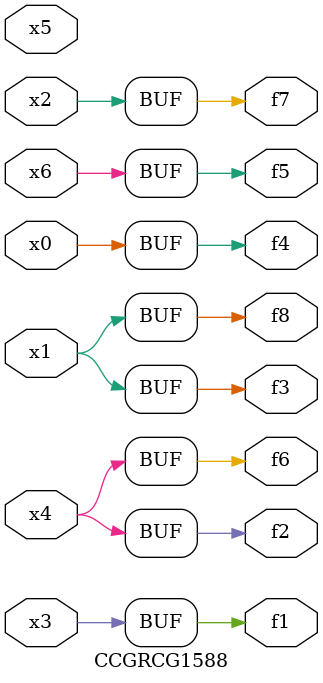
<source format=v>
module CCGRCG1588(
	input x0, x1, x2, x3, x4, x5, x6,
	output f1, f2, f3, f4, f5, f6, f7, f8
);
	assign f1 = x3;
	assign f2 = x4;
	assign f3 = x1;
	assign f4 = x0;
	assign f5 = x6;
	assign f6 = x4;
	assign f7 = x2;
	assign f8 = x1;
endmodule

</source>
